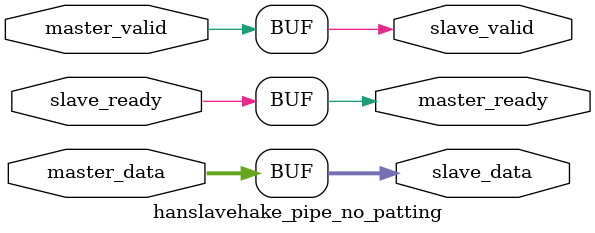
<source format=v>
module hanslavehake_pipe_no_patting (
    input wire master_valid,
    input wire [31:0] master_data,
    output wire master_ready,

    output wire slave_valid,
    output wire [31:0] slave_data,
    input  wire slave_ready
    );

    assign master_ready = slave_ready;
    assign slave_valid = master_valid;
    assign slave_data  = master_data;
    
endmodule
</source>
